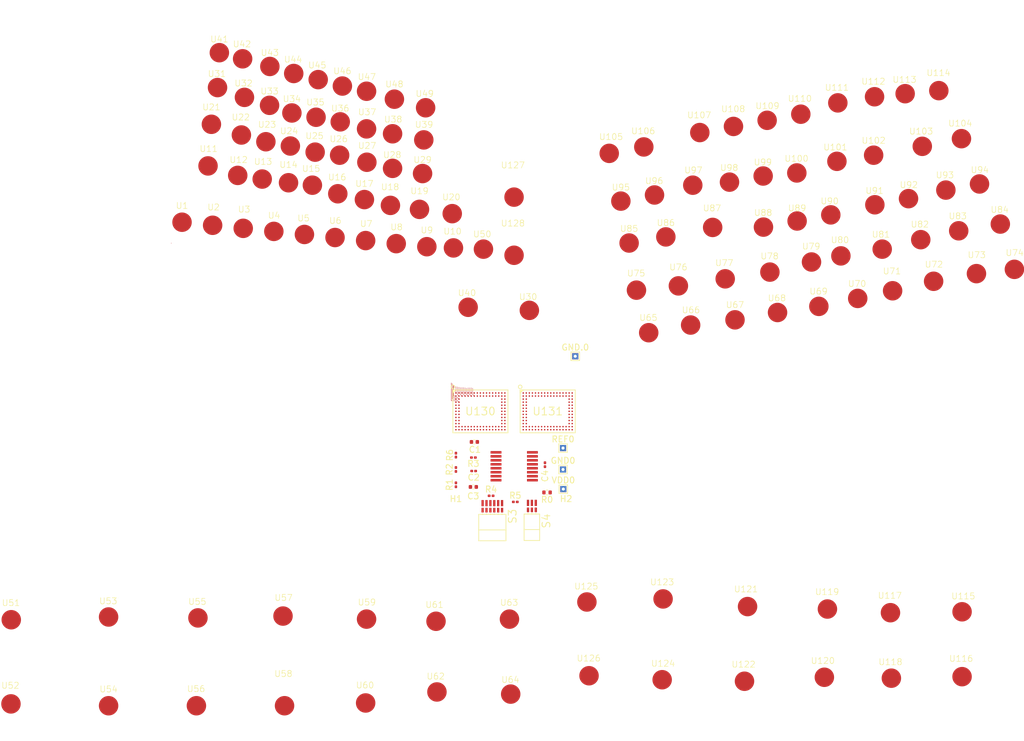
<source format=kicad_pcb>
(kicad_pcb (version 20240108) (generator "pcbnew") (generator_version "8.0")
  (layers (0 "F.Cu" signal) (31 "B.Cu" signal) (34 "B.Paste" user) (35 "F.Paste" user) (36 "B.SilkS" user "B.Silkscreen") (37 "F.SilkS" user "F.Silkscreen") (38 "B.Mask" user) (39 "F.Mask" user) (44 "Edge.Cuts" user))
  (net 0 "")
  (net 1 "GND")
  (net 2 "VCC")
  (net 3 "Net-(U130-ADC_REF)")
  (net 4 "Net-(U131-ADC_REF)")
  (net 5 "Net-(U132-3Y0)")
  (net 6 "CS-")
  (net 7 "CS+")
  (net 8 "SCLK-")
  (net 9 "SCLK+")
  (net 10 "MOSI+")
  (net 11 "MOSI-")
  (net 12 "Net-(U132-S3)")
  (net 13 "Net-(U132-S2)")
  (net 14 "Net-(U132-S1)")
  (net 15 "REF")
  (net 16 "MISO2-")
  (net 17 "/RHD2164_128_BGA_1/MISO1+")
  (net 18 "/RHD2164_128_BGA_1/MISO1-")
  (net 19 "MISO2+")
  (net 20 "Net-(U132-1Y1)")
  (net 21 "Net-(U132-3Y1)")
  (net 22 "Net-(U1-OD)")
  (net 23 "Net-(U130-IN1)")
  (net 24 "Net-(U130-IN3)")
  (net 25 "Net-(U130-IN4)")
  (net 26 "Net-(U130-IN5)")
  (net 27 "Net-(U130-IN6)")
  (net 28 "Net-(U130-IN7)")
  (net 29 "Net-(U130-IN8)")
  (net 30 "Net-(U10-OD)")
  (net 31 "Net-(U11-OD)")
  (net 32 "Net-(U12-OD)")
  (net 33 "Net-(U13-OD)")
  (net 34 "Net-(U130-IN13)")
  (net 35 "Net-(U130-IN14)")
  (net 36 "Net-(U130-IN15)")
  (net 37 "ELEC_TEST1")
  (net 38 "Net-(U130-IN16)")
  (net 39 "Net-(U130-IN17)")
  (net 40 "Net-(U130-IN18)")
  (net 41 "Net-(U130-IN19)")
  (net 42 "Net-(U130-IN20)")
  (net 43 "Net-(U130-IN21)")
  (net 44 "Net-(U130-IN22)")
  (net 45 "Net-(U130-IN23)")
  (net 46 "Net-(U130-IN24)")
  (net 47 "Net-(U130-IN25)")
  (net 48 "Net-(U130-IN26)")
  (net 49 "Net-(U130-IN27)")
  (net 50 "Net-(U130-IN28)")
  (net 51 "Net-(U130-IN29)")
  (net 52 "Net-(U130-IN30)")
  (net 53 "Net-(U130-IN31)")
  (net 54 "Net-(U130-IN32)")
  (net 55 "Net-(U130-IN33)")
  (net 56 "Net-(U130-IN34)")
  (net 57 "Net-(U130-IN35)")
  (net 58 "Net-(U130-IN36)")
  (net 59 "Net-(U130-IN37)")
  (net 60 "Net-(U130-IN38)")
  (net 61 "Net-(U130-IN39)")
  (net 62 "Net-(U130-IN40)")
  (net 63 "Net-(U130-IN41)")
  (net 64 "Net-(U130-IN42)")
  (net 65 "Net-(U130-IN43)")
  (net 66 "Net-(U130-IN44)")
  (net 67 "Net-(U130-IN45)")
  (net 68 "Net-(U130-IN46)")
  (net 69 "Net-(U130-IN47)")
  (net 70 "Net-(U130-IN48)")
  (net 71 "Net-(U130-IN49)")
  (net 72 "Net-(U130-IN50)")
  (net 73 "Net-(U130-IN51)")
  (net 74 "Net-(U130-IN52)")
  (net 75 "Net-(U130-IN53)")
  (net 76 "Net-(U130-IN54)")
  (net 77 "Net-(U130-IN55)")
  (net 78 "Net-(U130-IN56)")
  (net 79 "Net-(U130-IN57)")
  (net 80 "Net-(U130-IN58)")
  (net 81 "Net-(U130-IN59)")
  (net 82 "Net-(U130-IN60)")
  (net 83 "Net-(U130-IN61)")
  (net 84 "Net-(U130-IN62)")
  (net 85 "Net-(U130-IN63)")
  (net 86 "Net-(U131-IN0)")
  (net 87 "Net-(U131-IN1)")
  (net 88 "Net-(U131-IN2)")
  (net 89 "Net-(U131-IN3)")
  (net 90 "Net-(U131-IN4)")
  (net 91 "Net-(U131-IN5)")
  (net 92 "Net-(U131-IN6)")
  (net 93 "Net-(U131-IN7)")
  (net 94 "Net-(U131-IN8)")
  (net 95 "Net-(U131-IN9)")
  (net 96 "Net-(U131-IN10)")
  (net 97 "Net-(U131-IN11)")
  (net 98 "Net-(U131-IN12)")
  (net 99 "Net-(U131-IN13)")
  (net 100 "Net-(U131-IN14)")
  (net 101 "Net-(U131-IN15)")
  (net 102 "Net-(U131-IN16)")
  (net 103 "Net-(U131-IN17)")
  (net 104 "Net-(U131-IN18)")
  (net 105 "Net-(U114-OD)")
  (net 106 "Net-(U105-OD)")
  (net 107 "Net-(U112-OD)")
  (net 108 "Net-(U103-OD)")
  (net 109 "Net-(U131-IN19)")
  (net 110 "Net-(U131-IN20)")
  (net 111 "Net-(U131-IN21)")
  (net 112 "Net-(U131-IN22)")
  (net 113 "Net-(U116-OD)")
  (net 114 "Net-(U131-IN23)")
  (net 115 "Net-(U123-OD)")
  (net 116 "Net-(U115-OD)")
  (net 117 "Net-(U102-OD)")
  (net 118 "Net-(U131-IN24)")
  (net 119 "Net-(U131-IN25)")
  (net 120 "Net-(U131-IN26)")
  (net 121 "Net-(U131-IN27)")
  (net 122 "Net-(U131-IN28)")
  (net 123 "Net-(U131-IN29)")
  (net 124 "Net-(U131-IN30)")
  (net 125 "Net-(U131-IN31)")
  (net 126 "Net-(U121-OD)")
  (net 127 "Net-(U131-IN32)")
  (net 128 "Net-(U108-OD)")
  (net 129 "Net-(U109-OD)")
  (net 130 "Net-(U131-IN33)")
  (net 131 "Net-(U104-OD)")
  (net 132 "Net-(U131-IN34)")
  (net 134 "Net-(U119-OD)")
  (net 136 "ELEC_TEST2")
  (net 139 "Net-(U124-OD)")
  (net 140 "Net-(U125-OD)")
  (net 142 "Net-(U110-OD)")
  (net 144 "Net-(U1003-OD)")
  (net 148 "Net-(U113-OD)")
  (net 152 "Net-(U101-OD)")
  (net 153 "Net-(U107-OD)")
  (net 155 "Net-(U128-OD)")
  (net 158 "Net-(U126-OD)")
  (net 161 "Net-(U117-OD)")
  (net 166 "Net-(U111-OD)")
  (net 167 "Net-(U106-OD)")
  (net 171 "Net-(U120-OD)")
  (net 172 "Net-(U122-OD)")
  (net 175 "Net-(U127-OD)")
  (net 180 "Net-(U100-OD)")
  (net 181 "Net-(U118-OD)")
  (footprint "Resistor_SMD:R_0201_0603Metric" (layer "F.Cu") (at 154 107.155 90)
    (property "Reference" "R6")
    (property "Value" "R_0201")
  )
  (footprint "CustomComponents:1625-5-57-15_D3.18mm_disk" (layer "F.Cu") (at 180.95 65.65)
    (property "Reference" "U95")
    (property "Value" "~")
  )
  (footprint "CustomComponents:1625-5-57-15_D3.18mm_disk" (layer "F.Cu") (at 153.4 67.7)
    (property "Reference" "U20")
    (property "Value" "~")
  )
  (footprint "CustomComponents:1625-5-57-15_D3.18mm_disk" (layer "F.Cu") (at 190.35 79.5)
    (property "Reference" "U76")
    (property "Value" "~")
  )
  (footprint "Resistor_SMD:R_0201_0603Metric" (layer "F.Cu") (at 159.75 113.8)
    (property "Reference" "R4")
    (property "Value" "R_0201")
  )
  (footprint "MountingHole:MountingHole_2.2mm_M2" (layer "F.Cu") (at 154 117.5)
    (property "Reference" "H1")
    (property "Value" "MOUNTING_HOLE_60MIL")
  )
  (footprint "CustomComponents:1625-5-57-15_D3.18mm_disk" (layer "F.Cu") (at 198 78.35)
    (property "Reference" "U77")
    (property "Value" "~")
  )
  (footprint "CustomComponents:1625-5-57-15_D3.18mm_disk" (layer "F.Cu") (at 127.2 51.25)
    (property "Reference" "U34")
    (property "Value" "~")
  )
  (footprint "CustomComponents:1625-5-57-15_D3.18mm_disk" (layer "F.Cu") (at 139.45 59.3)
    (property "Reference" "U27")
    (property "Value" "~")
  )
  (footprint "Capacitor_SMD:C_0402_1005Metric" (layer "F.Cu") (at 157.02 105)
    (property "Reference" "C1")
    (property "Value" "C_0402")
  )
  (footprint "CustomComponents:1625-5-57-15_D3.18mm_disk" (layer "F.Cu") (at 148.05 67)
    (property "Reference" "U19")
    (property "Value" "~")
  )
  (footprint "CustomComponents:1625-5-57-15_D3.18mm_disk" (layer "F.Cu") (at 222.45 66.25)
    (property "Reference" "U91")
    (property "Value" "~")
  )
  (footprint "CustomComponents:1625-5-57-15_D3.18mm_disk" (layer "F.Cu") (at 113.5 59.9)
    (property "Reference" "U11")
    (property "Value" "~")
  )
  (footprint "RHD2000:OMNETICS_PZN-12-AA" (layer "F.Cu") (at 159.95 117.15775 180)
    (property "Reference" "S3")
    (property "Value" "RHD2000-CABLE-AMP-SIDE")
  )
  (footprint "CustomComponents:1625-5-57-15_D3.18mm_disk" (layer "F.Cu") (at 162.75 133.95)
    (property "Reference" "U63")
    (property "Value" "~")
  )
  (footprint "RHD2000:BGA104_9X7" (layer "F.Cu") (at 158 100)
    (property "Reference" "U130")
    (property "Value" "RHD2164_BGA_BGA")
  )
  (footprint "MountingHole:MountingHole_2.2mm_M2" (layer "F.Cu") (at 172 117.5)
    (property "Reference" "H2")
    (property "Value" "MOUNTING_HOLE_60MIL")
  )
  (footprint "CustomComponents:1625-5-57-15_D3.18mm_disk" (layer "F.Cu") (at 216.4 49.6)
    (property "Reference" "U111")
    (property "Value" "~")
  )
  (footprint "CustomComponents:1625-5-57-15_D3.18mm_disk" (layer "F.Cu") (at 225.15 143.6)
    (property "Reference" "U118")
    (property "Value" "~")
  )
  (footprint "CustomComponents:1625-5-57-15_D3.18mm_disk" (layer "F.Cu") (at 131.15 51.95)
    (property "Reference" "U35")
    (property "Value" "~")
  )
  (footprint "CustomComponents:1625-5-57-15_D3.18mm_disk" (layer "F.Cu") (at 139.05 65.4)
    (property "Reference" "U17")
    (property "Value" "~")
  )
  (footprint "CustomComponents:1625-5-57-15_D3.18mm_disk" (layer "F.Cu") (at 139.4 53.85)
    (property "Reference" "U37")
    (property "Value" "~")
  )
  (footprint "CustomComponents:1625-5-57-15_D3.18mm_disk" (layer "F.Cu") (at 188.3 71.5)
    (property "Reference" "U86")
    (property "Value" "~")
  )
  (footprint "CustomComponents:1625-5-57-15_D3.18mm_disk" (layer "F.Cu") (at 209.75 68.9)
    (property "Reference" "U89")
    (property "Value" "~")
  )
  (footprint "CustomComponents:1625-5-57-15_D3.18mm_disk" (layer "F.Cu") (at 111.6 148.1)
    (property "Reference" "U56")
    (property "Value" "~")
  )
  (footprint "CustomComponents:1625-5-57-15_D3.18mm_disk" (layer "F.Cu") (at 199.6 85.05)
    (property "Reference" "U67")
    (property "Value" "~")
  )
  (footprint "CustomComponents:1625-5-57-15_D3.18mm_disk" (layer "F.Cu") (at 122.35 62.05)
    (property "Reference" "U13")
    (property "Value" "~")
  )
  (footprint "CustomComponents:1625-5-57-15_D3.18mm_disk" (layer "F.Cu") (at 214.7 132.3)
    (property "Reference" "U119")
    (property "Value" "~")
  )
  (footprint "CustomComponents:1625-5-57-15_D3.18mm_disk" (layer "F.Cu") (at 131 57.65)
    (property "Reference" "U25")
    (property "Value" "~")
  )
  (footprint "CustomComponents:1625-5-57-15_D3.18mm_disk" (layer "F.Cu") (at 111.85 133.75)
    (property "Reference" "U55")
    (property "Value" "~")
  )
  (footprint "CustomComponents:1625-5-57-15_D3.18mm_disk" (layer "F.Cu") (at 134.7 64.45)
    (property "Reference" "U16")
    (property "Value" "~")
  )
  (footprint "CustomComponents:1625-5-57-15_D3.18mm_disk" (layer "F.Cu") (at 135.1 52.7)
    (property "Reference" "U36")
    (property "Value" "~")
  )
  (footprint "CustomComponents:1625-5-57-15_D3.18mm_disk" (layer "F.Cu") (at 149.05 50.4)
    (property "Reference" "U49")
    (property "Value" "~")
  )
  (footprint "CustomComponents:1625-5-57-15_D3.18mm_disk" (layer "F.Cu") (at 214.2 143.45)
    (property "Reference" "U120")
    (property "Value" "~")
  )
  (footprint "CustomComponents:1625-5-57-15_D3.18mm_disk" (layer "F.Cu") (at 139.4 47.7)
    (property "Reference" "U47")
    (property "Value" "~")
  )
  (footprint "CustomComponents:1625-5-57-15_D3.18mm_disk" (layer "F.Cu") (at 150.75 134.3)
    (property "Reference" "U61")
    (property "Value" "~")
  )
  (footprint "CustomComponents:1625-5-57-15_D3.18mm_disk" (layer "F.Cu") (at 109.25 69.1)
    (property "Reference" "U1")
    (property "Value" "~")
  )
  (footprint "CustomComponents:1625-5-57-15_D3.18mm_disk" (layer "F.Cu") (at 209.7 61.05)
    (property "Reference" "U100")
    (property "Value" "~")
  )
  (footprint "CustomComponents:1625-5-57-15_D3.18mm_disk" (layer "F.Cu") (at 232.05 78.75)
    (property "Reference" "U72")
    (property "Value" "~")
  )
  (footprint "CustomComponents:1625-5-57-15_D3.18mm_disk" (layer "F.Cu") (at 175.75 143.2)
    (property "Reference" "U126")
    (property "Value" "~")
  )
  (footprint "CustomComponents:1625-5-57-15_D3.18mm_disk" (layer "F.Cu") (at 134.25 71.6)
    (property "Reference" "U6")
    (property "Value" "~")
  )
  (footprint "CustomComponents:1625-5-57-15_D3.18mm_disk" (layer "F.Cu") (at 135.45 46.85)
    (property "Reference" "U46")
    (property "Value" "~")
  )
  (footprint "CustomComponents:1625-5-57-15_D3.18mm_disk" (layer "F.Cu") (at 206.55 83.85)
    (property "Reference" "U68")
    (property "Value" "~")
  )
  (footprint "CustomComponents:1625-5-57-15_D3.18mm_disk" (layer "F.Cu") (at 126.65 62.65)
    (property "Reference" "U14")
    (property "Value" "~")
  )
  (footprint "CustomComponents:1625-5-57-15_D3.18mm_disk" (layer "F.Cu") (at 148.55 61.15)
    (property "Reference" "U29")
    (property "Value" "~")
  )
  (footprint "CustomComponents:1625-5-57-15_D3.18mm_disk" (layer "F.Cu") (at 124.25 70.6)
    (property "Reference" "U4")
    (property "Value" "~")
  )
  (footprint "CustomComponents:1625-5-57-15_D3.18mm_disk" (layer "F.Cu") (at 114.25 69.6)
    (property "Reference" "U2")
    (property "Value" "~")
  )
  (footprint "Capacitor_SMD:C_0201_0603Metric" (layer "F.Cu") (at 156.9 109.75 180)
    (property "Reference" "C2")
    (property "Value" "C_0201")
  )
  (footprint "CustomComponents:1625-5-57-15_D3.18mm_disk" (layer "F.Cu") (at 182.3 72.5)
    (property "Reference" "U85")
    (property "Value" "~")
  )
  (footprint "CustomComponents:1625-5-57-15_D3.18mm_disk" (layer "F.Cu") (at 144.25 72.6)
    (property "Reference" "U8")
    (property "Value" "~")
  )
  (footprint "CustomComponents:1625-5-57-15_D3.18mm_disk" (layer "F.Cu") (at 139.25 72.1)
    (property "Reference" "U7")
    (property "Value" "~")
  )
  (footprint "CustomComponents:1625-5-57-15_D3.18mm_disk" (layer "F.Cu") (at 126.95 56.65)
    (property "Reference" "U24")
    (property "Value" "~")
  )
  (footprint "CustomComponents:1625-5-57-15_D3.18mm_disk" (layer "F.Cu") (at 239.05 77.5)
    (property "Reference" "U73")
    (property "Value" "~")
  )
  (footprint "CustomComponents:1625-5-57-15_D3.18mm_disk" (layer "F.Cu") (at 210.35 51.45)
    (property "Reference" "U110")
    (property "Value" "~")
  )
  (footprint "CustomComponents:1625-5-57-15_D3.18mm_disk" (layer "F.Cu") (at 245.25 76.8)
    (property "Reference" "U74")
    (property "Value" "~")
  )
  (footprint "TestPoint:TestPoint_THTPad_1.0x1.0mm_Drill0.5mm" (layer "F.Cu") (at 173.5 91)
    (property "Reference" "GND.0")
    (property "Value" "TESTPOINT_SMALL")
  )
  (footprint "CustomComponents:1625-5-57-15_D3.18mm_disk" (layer "F.Cu") (at 199.35 53.45)
    (property "Reference" "U108")
    (property "Value" "~")
  )
  (footprint "CustomComponents:1625-5-57-15_D3.18mm_disk" (layer "F.Cu") (at 223.65 73.5)
    (property "Reference" "U81")
    (property "Value" "~")
  )
  (footprint "CustomComponents:1625-5-57-15_D3.18mm_disk" (layer "F.Cu") (at 143.65 60.3)
    (property "Reference" "U28")
    (property "Value" "~")
  )
  (footprint "CustomComponents:1625-5-57-15_D3.18mm_disk" (layer "F.Cu") (at 201.15 144.1)
    (property "Reference" "U122")
    (property "Value" "~")
  )
  (footprint "CustomComponents:1625-5-57-15_D3.18mm_disk" (layer "F.Cu") (at 166 83.5)
    (property "Reference" "U30")
    (property "Value" "~")
  )
  (footprint "CustomComponents:1625-5-57-15_D3.18mm_disk" (layer "F.Cu") (at 227.95 65.25)
    (property "Reference" "U92")
    (property "Value" "~")
  )
  (footprint "CustomComponents:1625-5-57-15_D3.18mm_disk" (layer "F.Cu") (at 118.95 54.85)
    (property "Reference" "U22")
    (property "Value" "~")
  )
  (footprint "RHD2000:BGA104_9X7" (layer "F.Cu") (at 169 100)
    (property "Reference" "U131")
    (property "Value" "RHD2164_BGA_BGA")
  )
  (footprint "RHD2000:OMNETICS_PZN-06-AA" (layer "F.Cu") (at 166.415 117.116 180)
    (property "Reference" "S4")
    (property "Value" "OMNETICS_PZN-06_SMD")
  )
  (footprint "CustomComponents:1625-5-57-15_D3.18mm_disk" (layer "F.Cu") (at 139.25 147.65)
    (property "Reference" "U60")
    (property "Value" "~")
  )
  (footprint "CustomComponents:1625-5-57-15_D3.18mm_disk" (layer "F.Cu") (at 123.55 50)
    (property "Reference" "U33")
    (property "Value" "~")
  )
  (footprint "CustomComponents:1625-5-57-15_D3.18mm_disk" (layer "F.Cu") (at 186.45 64.65)
    (property "Reference" "U96")
    (property "Value" "~")
  )
  (footprint "CustomComponents:1625-5-57-15_D3.18mm_disk" (layer "F.Cu") (at 229.95 71.95)
    (property "Reference" "U82")
    (property "Value" "~")
  )
  (footprint "CustomComponents:1625-5-57-15_D3.18mm_disk" (layer "F.Cu") (at 115.35 41.4)
    (property "Reference" "U41")
    (property "Value" "~")
  )
  (footprint "CustomComponents:1625-5-57-15_D3.18mm_disk" (layer "F.Cu") (at 115.05 47.1)
    (property "Reference" "U31")
    (property "Value" "~")
  )
  (footprint "CustomComponents:1625-5-57-15_D3.18mm_disk" (layer "F.Cu") (at 216.9 74.6)
    (property "Reference" "U80")
    (property "Value" "~")
  )
  (footprint "CustomComponents:1625-5-57-15_D3.18mm_disk" (layer "F.Cu") (at 215.25 67.9)
    (property "Reference" "U90")
    (property "Value" "~")
  )
  (footprint "CustomComponents:TSSOP16" (layer "F.Cu") (at 163.52566 108.97282 90)
    (property "Reference" "U132")
    (property "Value" "74HC4053_TSSOP-16")
  )
  (footprint "CustomComponents:1625-5-57-15_D3.18mm_disk" (layer "F.Cu") (at 236.7 132.75)
    (property "Reference" "U115")
    (property "Value" "~")
  )
  (footprint "CustomComponents:1625-5-57-15_D3.18mm_disk" (layer "F.Cu") (at 222.4 48.6)
    (property "Reference" "U112")
    (property "Value" "~")
  )
  (footprint "CustomComponents:1625-5-57-15_D3.18mm_disk" (layer "F.Cu") (at 148.75 55.65)
    (property "Reference" "U39")
    (property "Value" "~")
  )
  (footprint "CustomComponents:1625-5-57-15_D3.18mm_disk" (layer "F.Cu") (at 149.25 73.1)
    (property "Reference" "U9")
    (property "Value" "~")
  )
  (footprint "CustomComponents:1625-5-57-15_D3.18mm_disk" (layer "F.Cu") (at 143.95 49)
    (property "Reference" "U48")
    (property "Value" "~")
  )
  (footprint "CustomComponents:1625-5-57-15_D3.18mm_disk" (layer "F.Cu") (at 232.9 47.6)
    (property "Reference" "U114")
    (property "Value" "~")
  )
  (footprint "CustomComponents:1625-5-57-15_D3.18mm_disk" (layer "F.Cu") (at 193.85 54.45)
    (property "Reference" "U107")
    (property "Value" "~")
  )
  (footprint "CustomComponents:1625-5-57-15_D3.18mm_disk" (layer "F.Cu") (at 150.9 145.85)
    (property "Reference" "U62")
    (property "Value" "~")
  )
  (footprint "CustomComponents:1625-5-57-15_D3.18mm_disk" (layer "F.Cu") (at 184.7 56.8)
    (property "Reference" "U106")
    (property "Value" "~")
  )
  (footprint "CustomComponents:1625-5-57-15_D3.18mm_disk" (layer "F.Cu") (at 185.5 87.15)
    (property "Reference" "U65")
    (property "Value" "~")
  )
  (footprint "CustomComponents:1625-5-57-15_D3.18mm_disk" (layer "F.Cu") (at 242.95 69.4)
    (property "Reference" "U84")
    (property "Value" "~")
  )
  (footprint "CustomComponents:1625-5-57-15_D3.18mm_disk" (layer "F.Cu") (at 230.2 56.7)
    (property "Reference" "U103")
    (property "Value" "~")
  )
  (footprint "CustomComponents:1625-5-57-15_D3.18mm_disk" (layer "F.Cu") (at 187.7 143.85)
    (property "Reference" "U124")
    (property "Value" "~")
  )
  (footprint "CustomComponents:1625-5-57-15_D3.18mm_disk" (layer "F.Cu") (at 236.15 70.5)
    (property "Reference" "U83")
    (property "Value" "~")
  )
  (footprint "CustomComponents:1625-5-57-15_D3.18mm_disk" (layer "F.Cu") (at 205.3 77.25)
    (property "Reference" "U78")
    (property "Value" "~")
  )
  (footprint "CustomComponents:1625-5-57-15_D3.18mm_disk" (layer "F.Cu") (at 183.5 80.2)
    (property "Reference" "U75")
    (property "Value" "~")
  )
  (footprint "CustomComponents:1625-5-57-15_D3.18mm_disk" (layer "F.Cu") (at 213.3 82.85)
    (property "Reference" "U69")
    (property "Value" "~")
  )
  (footprint "CustomComponents:1625-5-57-15_D3.18mm_disk" (layer "F.Cu") (at 118.35 61.45)
    (property "Reference" "U12")
    (property "Value" "~")
  )
  (footprint "Resistor_SMD:R_0201_0603Metric" (layer "F.Cu") (at 154 112 90)
    (property "Reference" "R1")
    (property "Value" "R_0201")
  )
  (footprint "CustomComponents:1625-5-57-15_D3.18mm_disk" (layer "F.Cu") (at 216.25 59.15)
    (property "Reference" "U101")
    (property "Value" "~")
  )
  (footprint "CustomComponents:1625-5-57-15_D3.18mm_disk" (layer "F.Cu") (at 123.6 43.65)
    (property "Reference" "U43")
    (property "Value" "~")
  )
  (footprint "CustomComponents:1625-5-57-15_D3.18mm_disk" (layer "F.Cu") (at 127.5 44.8)
    (property "Reference" "U44")
    (property "Value" "~")
  )
  (footprint "CustomComponents:1625-5-57-15_D3.18mm_disk" (layer "F.Cu") (at 143.65 54.65)
    (property "Reference" "U38")
    (property "Value" "~")
  )
  (footprint "CustomComponents:1625-5-57-15_D3.18mm_disk" (layer "F.Cu") (at 97.25 148.1)
    (property "Reference" "U54")
    (property "Value" "~")
  )
  (footprint "CustomComponents:1625-5-57-15_D3.18mm_disk" (layer "F.Cu") (at 179.05 57.85)
    (property "Reference" "U105")
    (property "Value" "~")
  )
  (footprint "CustomComponents:1625-5-57-15_D3.18mm_disk" (layer "F.Cu") (at 162.95 146.2)
    (property "Reference" "U64")
    (property "Value" "~")
  )
  (footprint "TestPoint:TestPoint_THTPad_1.0x1.0mm_Drill0.5mm" (layer "F.Cu") (at 171.5 109.5)
    (property "Reference" "GND0")
    (property "Value" "TESTPOINT_SMALL")
  )
  (footprint "CustomComponents:1625-5-57-15_D3.18mm_disk" (layer "F.Cu") (at 204.2 61.55)
    (property "Reference" "U99")
    (property "Value" "~")
  )
  (footprint "CustomComponents:1625-5-57-15_D3.18mm_disk" (layer "F.Cu") (at 234.05 63.85)
    (property "Reference" "U93")
    (property "Value" "~")
  )
  (footprint "CustomComponents:1625-5-57-15_D3.18mm_disk" (layer "F.Cu") (at 192.7 63.05)
    (property "Reference" "U97")
    (property "Value" "~")
  )
  (footprint "CustomComponents:1625-5-57-15_D3.18mm_disk" (layer "F.Cu") (at 239.55 62.85)
    (property "Reference" "U94")
    (property "Value" "~")
  )
  (footprint "Resistor_SMD:R_0201_0603Metric" (layer "F.Cu") (at 163.705 114.8)
    (property "Reference" "R5")
    (property "Value" "R_0201")
  )
  (footprint "Resistor_SMD:R_0201_0603Metric" (layer "F.Cu") (at 154 109.5 90)
    (property "Reference" "R2")
    (property "Value" "R_0201")
  )
  (footprint "CustomComponents:1625-5-57-15_D3.18mm_disk" (layer "F.Cu") (at 125.75 133.45)
    (property "Reference" "U57")
    (property "Value" "~")
  )
  (footprint "CustomComponents:1625-5-57-15_D3.18mm_disk" (layer "F.Cu") (at 126 148.1)
    (property "Reference" "U58")
    (property "Value" "~")
  )
  (footprint "CustomComponents:1625-5-57-15_D3.18mm_disk" (layer "F.Cu") (at 225 132.9)
    (property "Reference" "U117")
    (property "Value" "~")
  )
  (footprint "CustomComponents:1625-5-57-15_D3.18mm_disk" (layer "F.Cu") (at 135 58.15)
    (property "Reference" "U26")
    (property "Value" "~")
  )
  (footprint "CustomComponents:1625-5-57-15_D3.18mm_disk" (layer "F.Cu") (at 204.25 69.9)
    (property "Reference" "U88")
    (property "Value" "~")
  )
  (footprint "CustomComponents:1625-5-57-15_D3.18mm_disk" (layer "F.Cu") (at 119.15 42.4)
    (property "Reference" "U42")
    (property "Value" "~")
  )
  (footprint "CustomComponents:1625-5-57-15_D3.18mm_disk" (layer "F.Cu") (at 204.85 52.45)
    (property "Reference" "U109")
    (property "Value" "~")
  )
  (footprint "Resistor_SMD:R_0201_0603Metric" (layer "F.Cu") (at 156.855 107.55)
    (property "Reference" "R3")
    (property "Value" "R_0201")
  )
  (footprint "CustomComponents:1625-5-57-15_D3.18mm_disk" (layer "F.Cu") (at 225.35 80.3)
    (property "Reference" "U71")
    (property "Value" "~")
  )
  (footprint "CustomComponents:1625-5-57-15_D3.18mm_disk" (layer "F.Cu") (at 131.5 45.8)
    (property "Reference" "U45")
    (property "Value" "~")
  )
  (footprint "CustomComponents:1625-5-57-15_D3.18mm_disk" (layer "F.Cu") (at 201.65 131.9)
    (property "Reference" "U121")
    (property "Value" "~")
  )
  (footprint "CustomComponents:1625-5-57-15_D3.18mm_disk" (layer "F.Cu") (at 139.4 133.95)
    (property "Reference" "U59")
    (property "Value" "~")
  )
  (footprint "CustomComponents:1625-5-57-15_D3.18mm_disk" (layer "F.Cu") (at 198.7 62.55)
    (property "Reference" "U98")
    (property "Value" "~")
  )
  (footprint "CustomComponents:1625-5-57-15_D3.18mm_disk" (layer "F.Cu") (at 158.5 73.5)
    (property "Reference" "U50")
    (property "Value" "~")
  )
  (footprint "CustomComponents:1625-5-57-15_D3.18mm_disk" (layer "F.Cu") (at 114.05 53.1)
    (property "Reference" "U21")
    (property "Value" "~")
  )
  (footprint "CustomComponents:1625-5-57-15_D3.18mm_disk" (layer "F.Cu") (at 187.85 130.65)
    (property "Reference" "U123")
    (property "Value" "~")
  )
  (footprint "CustomComponents:1625-5-57-15_D3.18mm_disk" (layer "F.Cu") (at 143.3 66.35)
    (property "Reference" "U18")
    (property "Value" "~")
  )
  (footprint "TestPoint:TestPoint_THTPad_1.0x1.0mm_Drill0.5mm" (layer "F.Cu") (at 171.55 112.7)
    (property "Reference" "VDD0")
    (property "Value" "TESTPOINT_SMALL")
  )
  (footprint "Capacitor_SMD:C_0402_1005Metric" (layer "F.Cu") (at 156.85 112.35)
    (property "Reference" "C3")
    (property "Value" "C_0402")
  )
  (footprint "CustomComponents:1625-5-57-15_D3.18mm_disk" (layer "F.Cu") (at 227.4 48.1)
    (property "Reference" "U113")
    (property "Value" "~")
  )
  (footprint "CustomComponents:1625-5-57-15_D3.18mm_disk" (layer "F.Cu") (at 122.95 55.95)
    (property "Reference" "U23")
    (property "Value" "~")
  )
  (footprint "CustomComponents:1625-5-57-15_D3.18mm_disk" (layer "F.Cu") (at 119.25 70.1)
    (property "Reference" "U3")
    (property "Value" "~")
  )
  (footprint "CustomComponents:1625-5-57-15_D3.18mm_disk" (layer "F.Cu") (at 81.35 134.05)
    (property "Reference" "U51")
    (property "Value" "~")
  )
  (footprint "CustomComponents:1625-5-57-15_D3.18mm_disk" (layer "F.Cu") (at 212.1 75.6)
    (property "Reference" "U79")
    (property "Value" "~")
  )
  (footprint "CustomComponents:1625-5-57-15_D3.18mm_disk" (layer "F.Cu") (at 130.55 63.05)
    (property "Reference" "U15")
    (property "Value" "~")
  )
  (footprint "CustomComponents:1625-5-57-15_D3.18mm_disk" (layer "F.Cu") (at 129.25 71.1)
    (property "Reference" "U5")
    (property "Value" "~")
  )
  (footprint "CustomComponents:1625-5-57-15_D3.18mm_disk" (layer "F.Cu") (at 156 83)
    (property "Reference" "U40")
    (property "Value" "~")
  )
  (footprint "CustomComponents:1625-5-57-15_D3.18mm_disk" (layer "F.Cu") (at 192.35 85.9)
    (property "Reference" "U66")
    (property "Value" "~")
  )
  (footprint "CustomComponents:1625-5-57-15_D3.18mm_disk" (layer "F.Cu") (at 236.6 55.45)
    (property "Reference" "U104")
    (property "Value" "~")
  )
  (footprint "TestPoint:TestPoint_THTPad_1.0x1.0mm_Drill0.5mm" (layer "F.Cu") (at 171.5 106)
    (property "Reference" "REF0")
    (property "Value" "TESTPOINT_SMALL")
  )
  (footprint "Capacitor_SMD:C_0201_0603Metric" (layer "F.Cu") (at 168.55 108.72 90)
    (property "Reference" "C4")
    (property "Value" "C_0201")
  )
  (footprint "CustomComponents:1625-5-57-15_D3.18mm_disk" (layer "F.Cu") (at 163.5 65)
    (property "Reference" "U127")
    (property "Value" "~")
  )
  (footprint "CustomComponents:1625-5-57-15_D3.18mm_disk" (layer "F.Cu") (at 119.45 48.7)
    (property "Reference" "U32")
    (property "Value" "~")
  )
  (footprint "CustomComponents:1625-5-57-15_D3.18mm_disk" (layer "F.Cu") (at 97.25 133.6)
    (property "Reference" "U53")
    (property "Value" "~")
  )
  (footprint "CustomComponents:1625-5-57-15_D3.18mm_disk" (layer "F.Cu") (at 175.4 131.15)
    (property "Reference" "U125")
    (property "Value" "~")
  )
  (footprint "CustomComponents:1625-5-57-15_D3.18mm_disk" (layer "F.Cu") (at 81.3 147.8)
    (property "Reference" "U52")
    (property "Value" "~")
  )
  (footprint "CustomComponents:1625-5-57-15_D3.18mm_disk" (layer "F.Cu") (at 163.5 74.5)
    (property "Reference" "U128")
    (property "Value" "~")
  )
  (footprint "CustomComponents:1625-5-57-15_D3.18mm_disk" (layer "F.Cu") (at 195.95 69.95)
    (property "Reference" "U87")
    (property "Value" "~")
  )
  (footprint "CustomComponents:1625-5-57-15_D3.18mm_disk" (layer "F.Cu") (at 222.25 58.15)
    (property "Reference" "U102")
    (property "Value" "~")
  )
  (footprint "CustomComponents:1625-5-57-15_D3.18mm_disk" (layer "F.Cu") (at 153.6 73.3)
    (property "Reference" "U10")
    (property "Value" "~")
  )
  (footprint "Resistor_SMD:R_0402_1005Metric" (layer "F.Cu") (at 168.89 113.25 180)
    (property "Reference" "R0")
    (property "Value" "R_0402")
  )
  (footprint "CustomComponents:1625-5-57-15_D3.18mm_disk" (layer "F.Cu") (at 236.7 143.35)
    (property "Reference" "U116")
    (property "Value" "~")
  )
  (footprint "CustomComponents:1625-5-57-15_D3.18mm_disk" (layer "F.Cu") (at 219.65 81.55)
    (property "Reference" "U70")
    (property "Value" "~")
  )
  (segment (start 154.5 98.5) (end 154.25 98.25) (width 0.06) (layer "F.Cu") (net 33))
  (segment (start 153.25 98.25) (end 153.25 95.35) (width 0.06) (layer "F.Cu") (net 33))
  (segment (start 154.25 98.25) (end 153.25 98.25) (width 0.06) (layer "F.Cu") (net 33))
  (segment (start 154 98) (end 153.4 98) (width 0.06) (layer "F.Cu") (net 34))
  (segment (start 153.4 98) (end 153.4 95.45) (width 0.06) (layer "F.Cu") (net 34))
  (segment (start 153.55 97.75) (end 153.55 95.7) (width 0.06) (layer "F.Cu") (net 35))
  (segment (start 154.5 98) (end 154.25 97.75) (width 0.06) (layer "F.Cu") (net 35))
  (segment (start 154.25 97.75) (end 153.55 97.75) (width 0.06) (layer "F.Cu") (net 35))
  (segment (start 154 97.5) (end 153.6608 97.5) (width 0.06) (layer "F.Cu") (net 36))
  (segment (start 153.6608 97.5) (end 153.6608 95.745894) (width 0.06) (layer "F.Cu") (net 36))
  (segment (start 154 97) (end 154 95.95) (width 0.06) (layer "F.Cu") (net 38))
  (segment (start 154.25 97.25) (end 154.25 96) (width 0.06) (layer "F.Cu") (net 39))
  (segment (start 154.5 97.5) (end 154.25 97.25) (width 0.06) (layer "F.Cu") (net 39))
  (segment (start 154.5 97) (end 154.5 96.05) (width 0.06) (layer "F.Cu") (net 40))
  (segment (start 155 97.5) (end 154.75 97.25) (width 0.06) (layer "F.Cu") (net 41))
  (segment (start 107.5 72.55) (end 107.5 72.5) (width 0.06) (layer "F.Cu") (net 41))
  (segment (start 154.75 97.25) (end 154.75 96.1) (width 0.06) (layer "F.Cu") (net 41))
  (segment (start 155 97) (end 155 96.1) (width 0.06) (layer "F.Cu") (net 42))
  (segment (start 155.25 97.25) (end 155.25 96.1) (width 0.06) (layer "F.Cu") (net 43))
  (segment (start 155.5 97.5) (end 155.25 97.25) (width 0.06) (layer "F.Cu") (net 43))
  (segment (start 155.5 97) (end 155.5 96.15) (width 0.06) (layer "F.Cu") (net 44))
  (segment (start 155.75 97.25) (end 155.75 96.2) (width 0.06) (layer "F.Cu") (net 45))
  (segment (start 156 97.5) (end 155.75 97.25) (width 0.06) (layer "F.Cu") (net 45))
  (segment (start 156 97) (end 156 96.15) (width 0.06) (layer "F.Cu") (net 46))
  (segment (start 156.25 97.25) (end 156.25 96.15) (width 0.06) (layer "F.Cu") (net 47))
  (segment (start 156.5 97.5) (end 156.25 97.25) (width 0.06) (layer "F.Cu") (net 47))
  (segment (start 156.5 97) (end 156.5 96.15) (width 0.06) (layer "F.Cu") (net 48))
  (segment (start 157 97.5) (end 156.75 97.25) (width 0.06) (layer "F.Cu") (net 49))
  (segment (start 156.75 97.25) (end 156.75 96.2) (width 0.06) (layer "F.Cu") (net 49))
)
</source>
